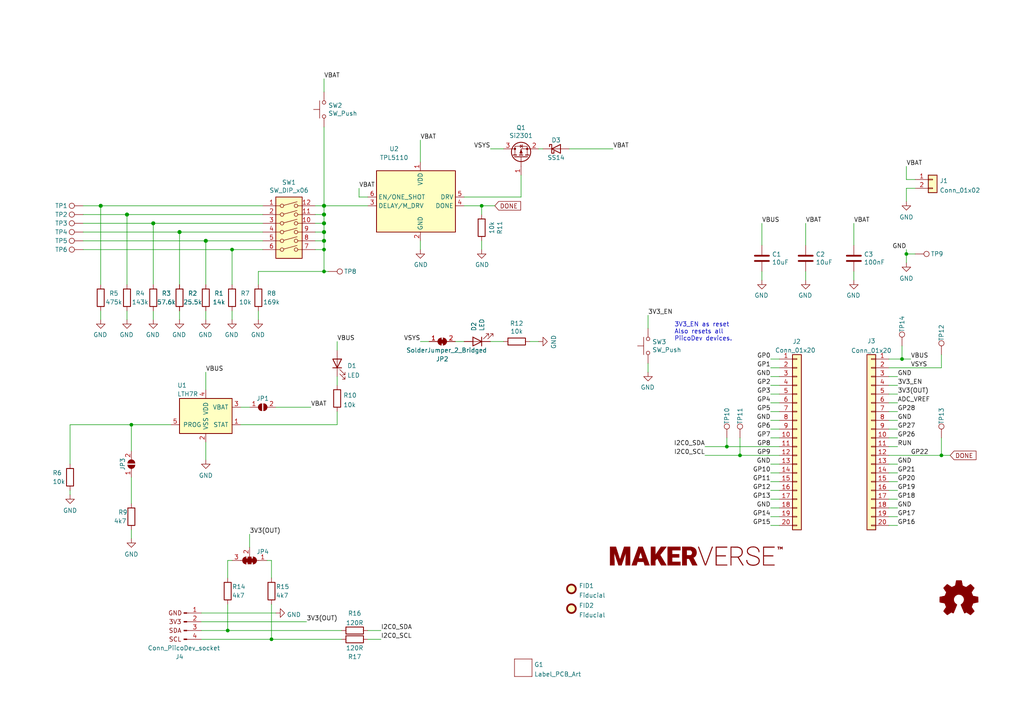
<source format=kicad_sch>
(kicad_sch (version 20211123) (generator eeschema)
  (paper "A4")
  (title_block (title "Makerverse Nano Power Timer Shield for Raspberry Pi Pico") (rev "10") (comment 1 "Designed at Core Electronics by Brenton Schulz") (comment 2 "Makerverse and the makerverse logo are trademarks of Core Electronics Pty Ltd.") (comment 3 "License: CCASAv4.0 https://creativecommons.org/licenses/by-sa/4.0/"))
  (lib_symbols
    (symbol "Battery_Management:MCP73832-2-OT" (pin_names (offset 1.016))
      (property "Reference" "U" (at -7.62 6.35 0))
      (property "Value" "MCP73832-2-OT" (at 1.27 6.35 0))
      (symbol "MCP73832-2-OT_1_1"
        (pin output line (at 10.16 -2.54 180) (length 2.54) (name "STAT") (number "1"))
        (pin power_in line (at 0 -7.62 90) (length 2.54) (name "VSS") (number "2"))
        (pin power_out line (at 10.16 2.54 180) (length 2.54) (name "VBAT") (number "3"))
        (pin power_in line (at 0 7.62 270) (length 2.54) (name "VDD") (number "4"))
        (pin input line (at -10.16 -2.54 0) (length 2.54) (name "PROG") (number "5"))
      )
    )
    (symbol "Connector:TestPoint" (pin_numbers hide) (pin_names (offset 0.762) hide)
      (property "Reference" "TP" (at 0 6.858 0))
      (property "Value" "TestPoint" (at 0 5.08 0))
      (symbol "TestPoint_1_1"
        (pin passive line (at 0 0 90) (length 2.54) (name "1") (number "1"))
      )
    )
    (symbol "Connector_Generic:Conn_01x02" (pin_names (offset 1.016) hide)
      (property "Reference" "J" (at 0 2.54 0))
      (property "Value" "Conn_01x02" (at 0 -5.08 0))
      (symbol "Conn_01x02_1_1"
        (pin passive line (at -5.08 0 0) (length 3.81) (name "Pin_1") (number "1"))
        (pin passive line (at -5.08 -2.54 0) (length 3.81) (name "Pin_2") (number "2"))
      )
    )
    (symbol "Connector_Generic:Conn_01x20" (pin_names (offset 1.016) hide)
      (property "Reference" "J" (at 0 25.4 0))
      (property "Value" "Conn_01x20" (at 0 -27.94 0))
      (symbol "Conn_01x20_1_1"
        (pin passive line (at -5.08 22.86 0) (length 3.81) (name "Pin_1") (number "1"))
        (pin passive line (at -5.08 0 0) (length 3.81) (name "Pin_10") (number "10"))
        (pin passive line (at -5.08 -2.54 0) (length 3.81) (name "Pin_11") (number "11"))
        (pin passive line (at -5.08 -5.08 0) (length 3.81) (name "Pin_12") (number "12"))
        (pin passive line (at -5.08 -7.62 0) (length 3.81) (name "Pin_13") (number "13"))
        (pin passive line (at -5.08 -10.16 0) (length 3.81) (name "Pin_14") (number "14"))
        (pin passive line (at -5.08 -12.7 0) (length 3.81) (name "Pin_15") (number "15"))
        (pin passive line (at -5.08 -15.24 0) (length 3.81) (name "Pin_16") (number "16"))
        (pin passive line (at -5.08 -17.78 0) (length 3.81) (name "Pin_17") (number "17"))
        (pin passive line (at -5.08 -20.32 0) (length 3.81) (name "Pin_18") (number "18"))
        (pin passive line (at -5.08 -22.86 0) (length 3.81) (name "Pin_19") (number "19"))
        (pin passive line (at -5.08 20.32 0) (length 3.81) (name "Pin_2") (number "2"))
        (pin passive line (at -5.08 -25.4 0) (length 3.81) (name "Pin_20") (number "20"))
        (pin passive line (at -5.08 17.78 0) (length 3.81) (name "Pin_3") (number "3"))
        (pin passive line (at -5.08 15.24 0) (length 3.81) (name "Pin_4") (number "4"))
        (pin passive line (at -5.08 12.7 0) (length 3.81) (name "Pin_5") (number "5"))
        (pin passive line (at -5.08 10.16 0) (length 3.81) (name "Pin_6") (number "6"))
        (pin passive line (at -5.08 7.62 0) (length 3.81) (name "Pin_7") (number "7"))
        (pin passive line (at -5.08 5.08 0) (length 3.81) (name "Pin_8") (number "8"))
        (pin passive line (at -5.08 2.54 0) (length 3.81) (name "Pin_9") (number "9"))
      )
    )
    (symbol "CoreElectronics_Artwork:LOGO_Makerverse" (pin_names (offset 1.016)))
    (symbol "CoreElectronics_Artwork:Label_PCB_Art" (pin_names (offset 1.016))
      (property "Reference" "G" (at 0 0 0))
      (property "Value" "Label_PCB_Art" (at 0 0 0))
    )
    (symbol "CoreElectronics_Components:Conn_PiicoDev_socket" (pin_names (offset 1.016) hide)
      (property "Reference" "J" (at 0 7.62 0))
      (property "Value" "Conn_PiicoDev_socket" (at 0 -7.62 0))
      (symbol "Conn_PiicoDev_socket_0_0"
        (text "3V3" (at -2.54 2.54 0) (effects (font (size 1.27 1.27))))
        (text "GND" (at -2.54 5.08 0) (effects (font (size 1.27 1.27))))
        (text "SCL" (at -2.54 -2.54 0) (effects (font (size 1.27 1.27))))
        (text "SDA" (at -2.54 0 0) (effects (font (size 1.27 1.27))))
      )
      (symbol "Conn_PiicoDev_socket_1_1"
        (pin passive line (at 5.08 5.08 180) (length 3.81) (name "Pin_1") (number "1"))
        (pin passive line (at 5.08 2.54 180) (length 3.81) (name "Pin_2") (number "2"))
        (pin passive line (at 5.08 0 180) (length 3.81) (name "Pin_3") (number "3"))
        (pin passive line (at 5.08 -2.54 180) (length 3.81) (name "Pin_4") (number "4"))
      )
    )
    (symbol "Device:C" (pin_numbers hide) (pin_names (offset 0.254))
      (property "Reference" "C" (at 0.635 2.54 0))
      (property "Value" "C" (at 0.635 -2.54 0))
      (symbol "C_1_1"
        (pin passive line (at 0 3.81 270) (length 2.794) (name "~") (number "1"))
        (pin passive line (at 0 -3.81 90) (length 2.794) (name "~") (number "2"))
      )
    )
    (symbol "Device:D_Schottky" (pin_numbers hide) (pin_names (offset 1.016) hide)
      (property "Reference" "D" (at 0 2.54 0))
      (property "Value" "D_Schottky" (at 0 -2.54 0))
      (symbol "D_Schottky_1_1"
        (pin passive line (at -3.81 0 0) (length 2.54) (name "K") (number "1"))
        (pin passive line (at 3.81 0 180) (length 2.54) (name "A") (number "2"))
      )
    )
    (symbol "Device:LED" (pin_numbers hide) (pin_names (offset 1.016) hide)
      (property "Reference" "D" (at 0 2.54 0))
      (property "Value" "LED" (at 0 -2.54 0))
      (symbol "LED_1_1"
        (pin passive line (at -3.81 0 0) (length 2.54) (name "K") (number "1"))
        (pin passive line (at 3.81 0 180) (length 2.54) (name "A") (number "2"))
      )
    )
    (symbol "Device:R" (pin_numbers hide) (pin_names (offset 0))
      (property "Reference" "R" (at 2.032 0 90))
      (property "Value" "R" (at 0 0 90))
      (symbol "R_1_1"
        (pin passive line (at 0 3.81 270) (length 1.27) (name "~") (number "1"))
        (pin passive line (at 0 -3.81 90) (length 1.27) (name "~") (number "2"))
      )
    )
    (symbol "Graphic:Logo_Open_Hardware_Small" (pin_names (offset 1.016)))
    (symbol "Jumper:SolderJumper_2_Bridged" (pin_names (offset 0) hide)
      (property "Reference" "JP" (at 0 2.032 0))
      (property "Value" "SolderJumper_2_Bridged" (at 0 -2.54 0))
      (symbol "SolderJumper_2_Bridged_1_1"
        (pin passive line (at -3.81 0 0) (length 2.54) (name "A") (number "1"))
        (pin passive line (at 3.81 0 180) (length 2.54) (name "B") (number "2"))
      )
    )
    (symbol "Jumper:SolderJumper_2_Open" (pin_names (offset 0) hide)
      (property "Reference" "JP" (at 0 2.032 0))
      (property "Value" "SolderJumper_2_Open" (at 0 -2.54 0))
      (symbol "SolderJumper_2_Open_1_1"
        (pin passive line (at -3.81 0 0) (length 2.54) (name "A") (number "1"))
        (pin passive line (at 3.81 0 180) (length 2.54) (name "B") (number "2"))
      )
    )
    (symbol "Jumper:SolderJumper_3_Bridged123" (pin_names (offset 0) hide)
      (property "Reference" "JP" (at -2.54 -2.54 0))
      (property "Value" "SolderJumper_3_Bridged123" (at 0 2.794 0))
      (symbol "SolderJumper_3_Bridged123_1_1"
        (pin passive line (at -5.08 0 0) (length 2.54) (name "A") (number "1"))
        (pin input line (at 0 -3.81 90) (length 2.54) (name "C") (number "2"))
        (pin passive line (at 5.08 0 180) (length 2.54) (name "B") (number "3"))
      )
    )
    (symbol "Mechanical:Fiducial"
      (property "Reference" "FID" (at 0 5.08 0))
      (property "Value" "Fiducial" (at 0 3.175 0))
    )
    (symbol "Switch:SW_DIP_x06" (pin_names (offset 0) hide)
      (property "Reference" "SW" (at 0 11.43 0))
      (property "Value" "SW_DIP_x06" (at 0 -8.89 0))
      (symbol "SW_DIP_x06_1_1"
        (pin passive line (at -7.62 7.62 0) (length 5.08) (name "~") (number "1"))
        (pin passive line (at 7.62 2.54 180) (length 5.08) (name "~") (number "10"))
        (pin passive line (at 7.62 5.08 180) (length 5.08) (name "~") (number "11"))
        (pin passive line (at 7.62 7.62 180) (length 5.08) (name "~") (number "12"))
        (pin passive line (at -7.62 5.08 0) (length 5.08) (name "~") (number "2"))
        (pin passive line (at -7.62 2.54 0) (length 5.08) (name "~") (number "3"))
        (pin passive line (at -7.62 0 0) (length 5.08) (name "~") (number "4"))
        (pin passive line (at -7.62 -2.54 0) (length 5.08) (name "~") (number "5"))
        (pin passive line (at -7.62 -5.08 0) (length 5.08) (name "~") (number "6"))
        (pin passive line (at 7.62 -5.08 180) (length 5.08) (name "~") (number "7"))
        (pin passive line (at 7.62 -2.54 180) (length 5.08) (name "~") (number "8"))
        (pin passive line (at 7.62 0 180) (length 5.08) (name "~") (number "9"))
      )
    )
    (symbol "Switch:SW_Push" (pin_numbers hide) (pin_names (offset 1.016) hide)
      (property "Reference" "SW" (at 1.27 2.54 0))
      (property "Value" "SW_Push" (at 0 -1.524 0))
      (symbol "SW_Push_0_1"
        (pin passive line (at -5.08 0 0) (length 2.54) (name "1") (number "1"))
        (pin passive line (at 5.08 0 180) (length 2.54) (name "2") (number "2"))
      )
    )
    (symbol "Timer:TPL5110"
      (property "Reference" "U" (at -10.16 8.89 0))
      (property "Value" "TPL5110" (at 6.35 8.89 0))
      (symbol "TPL5110_1_1"
        (pin power_in line (at 0 10.16 270) (length 2.54) (name "VDD") (number "1"))
        (pin power_in line (at 0 -12.7 90) (length 2.54) (name "GND") (number "2"))
        (pin input line (at -15.24 -2.54 0) (length 2.54) (name "DELAY/M_DRV") (number "3"))
        (pin input line (at 12.7 -2.54 180) (length 2.54) (name "DONE") (number "4"))
        (pin output line (at 12.7 0 180) (length 2.54) (name "DRV") (number "5"))
        (pin input line (at -15.24 0 0) (length 2.54) (name "EN/ONE_SHOT") (number "6"))
      )
    )
    (symbol "Transistor_FET:Si2319CDS" (pin_names hide)
      (property "Reference" "Q" (at 5.08 1.905 0))
      (property "Value" "Si2319CDS" (at 5.08 0 0))
      (symbol "Si2319CDS_1_1"
        (pin input line (at -5.08 0 0) (length 2.54) (name "G") (number "1"))
        (pin passive line (at 2.54 -5.08 90) (length 2.54) (name "S") (number "2"))
        (pin passive line (at 2.54 5.08 270) (length 2.54) (name "D") (number "3"))
      )
    )
    (symbol "power:GND" (power) (pin_names (offset 0))
      (property "Value" "GND" (at 0 -3.81 0))
      (symbol "GND_1_1"
        (pin power_in line (at 0 0 270) (length 0) hide (name "GND") (number "1"))
      )
    )
  )
  (junction (at 78.74 185.42))
  (junction (at 93.98 69.85) (diameter 1.016))
  (junction (at 93.98 62.23) (diameter 1.016))
  (junction (at 36.83 62.23) (diameter 1.016))
  (junction (at 66.04 182.88))
  (junction (at 93.98 64.77) (diameter 1.016))
  (junction (at 139.7 59.69))
  (junction (at 273.05 132.08))
  (junction (at 44.45 64.77) (diameter 1.016))
  (junction (at 93.98 78.74))
  (junction (at 214.63 132.08))
  (junction (at 67.31 72.39))
  (junction (at 93.98 72.39))
  (junction (at 38.1 123.19))
  (junction (at 52.07 67.31) (diameter 1.016))
  (junction (at 93.98 59.69) (diameter 1.016))
  (junction (at 93.98 67.31) (diameter 1.016))
  (junction (at 210.82 129.54))
  (junction (at 59.69 69.85) (diameter 1.016))
  (junction (at 29.21 59.69) (diameter 1.016))
  (junction (at 261.62 104.14))
  (junction (at 262.89 73.66))
  (wire (pts (xy 93.98 69.85) (xy 93.98 72.39)))
  (wire (pts (xy 78.74 162.56) (xy 78.74 167.64)))
  (wire (pts (xy 257.81 147.32) (xy 260.35 147.32)))
  (wire (pts (xy 262.89 73.66) (xy 265.43 73.66)))
  (wire (pts (xy 223.52 111.76) (xy 226.06 111.76)))
  (wire (pts (xy 24.13 67.31) (xy 52.07 67.31)))
  (wire (pts (xy 223.52 116.84) (xy 226.06 116.84)))
  (wire (pts (xy 223.52 127) (xy 226.06 127)))
  (wire (pts (xy 220.98 78.74) (xy 220.98 81.28)))
  (wire (pts (xy 93.98 67.31) (xy 93.98 64.77)))
  (wire (pts (xy 20.32 123.19) (xy 38.1 123.19)))
  (wire (pts (xy 72.39 154.94) (xy 72.39 158.75)))
  (wire (pts (xy 66.04 175.26) (xy 66.04 182.88)))
  (wire (pts (xy 223.52 139.7) (xy 226.06 139.7)))
  (wire (pts (xy 97.79 109.22) (xy 97.79 111.76)))
  (wire (pts (xy 93.98 72.39) (xy 93.98 78.74)))
  (wire (pts (xy 38.1 153.67) (xy 38.1 156.21)))
  (wire (pts (xy 91.44 62.23) (xy 93.98 62.23)))
  (wire (pts (xy 257.81 144.78) (xy 260.35 144.78)))
  (wire (pts (xy 29.21 92.71) (xy 29.21 90.17)))
  (wire (pts (xy 223.52 124.46) (xy 226.06 124.46)))
  (wire (pts (xy 223.52 114.3) (xy 226.06 114.3)))
  (wire (pts (xy 38.1 123.19) (xy 38.1 130.81)))
  (wire (pts (xy 257.81 114.3) (xy 260.35 114.3)))
  (wire (pts (xy 58.42 177.8) (xy 80.01 177.8)))
  (wire (pts (xy 257.81 142.24) (xy 260.35 142.24)))
  (wire (pts (xy 91.44 72.39) (xy 93.98 72.39)))
  (wire (pts (xy 106.68 59.69) (xy 93.98 59.69)))
  (wire (pts (xy 91.44 67.31) (xy 93.98 67.31)))
  (wire (pts (xy 257.81 127) (xy 260.35 127)))
  (wire (pts (xy 36.83 62.23) (xy 36.83 82.55)))
  (wire (pts (xy 257.81 152.4) (xy 260.35 152.4)))
  (wire (pts (xy 233.68 78.74) (xy 233.68 81.28)))
  (wire (pts (xy 74.93 78.74) (xy 93.98 78.74)))
  (wire (pts (xy 223.52 137.16) (xy 226.06 137.16)))
  (wire (pts (xy 262.89 72.39) (xy 262.89 73.66)))
  (wire (pts (xy 24.13 62.23) (xy 36.83 62.23)))
  (wire (pts (xy 223.52 147.32) (xy 226.06 147.32)))
  (wire (pts (xy 223.52 152.4) (xy 226.06 152.4)))
  (wire (pts (xy 52.07 67.31) (xy 52.07 82.55)))
  (wire (pts (xy 80.01 118.11) (xy 90.17 118.11)))
  (wire (pts (xy 74.93 82.55) (xy 74.93 78.74)))
  (wire (pts (xy 67.31 72.39) (xy 67.31 82.55)))
  (wire (pts (xy 223.52 144.78) (xy 226.06 144.78)))
  (wire (pts (xy 97.79 119.38) (xy 97.79 123.19)))
  (wire (pts (xy 52.07 92.71) (xy 52.07 90.17)))
  (wire (pts (xy 66.04 167.64) (xy 66.04 162.56)))
  (wire (pts (xy 257.81 116.84) (xy 260.35 116.84)))
  (wire (pts (xy 59.69 69.85) (xy 59.69 82.55)))
  (wire (pts (xy 257.81 104.14) (xy 261.62 104.14)))
  (wire (pts (xy 204.47 129.54) (xy 210.82 129.54)))
  (wire (pts (xy 262.89 52.07) (xy 265.43 52.07)))
  (wire (pts (xy 77.47 162.56) (xy 78.74 162.56)))
  (wire (pts (xy 139.7 69.85) (xy 139.7 72.39)))
  (wire (pts (xy 59.69 90.17) (xy 59.69 92.71)))
  (wire (pts (xy 247.65 78.74) (xy 247.65 81.28)))
  (wire (pts (xy 67.31 92.71) (xy 67.31 90.17)))
  (wire (pts (xy 257.81 109.22) (xy 260.35 109.22)))
  (wire (pts (xy 257.81 121.92) (xy 260.35 121.92)))
  (wire (pts (xy 223.52 119.38) (xy 226.06 119.38)))
  (wire (pts (xy 93.98 36.83) (xy 93.98 59.69)))
  (wire (pts (xy 24.13 72.39) (xy 67.31 72.39)))
  (wire (pts (xy 121.92 72.39) (xy 121.92 69.85)))
  (wire (pts (xy 139.7 62.23) (xy 139.7 59.69)))
  (wire (pts (xy 38.1 123.19) (xy 49.53 123.19)))
  (wire (pts (xy 220.98 64.77) (xy 220.98 71.12)))
  (wire (pts (xy 262.89 73.66) (xy 262.89 76.2)))
  (wire (pts (xy 93.98 59.69) (xy 91.44 59.69)))
  (wire (pts (xy 78.74 185.42) (xy 99.06 185.42)))
  (wire (pts (xy 24.13 69.85) (xy 59.69 69.85)))
  (wire (pts (xy 24.13 64.77) (xy 44.45 64.77)))
  (wire (pts (xy 20.32 134.62) (xy 20.32 123.19)))
  (wire (pts (xy 223.52 109.22) (xy 226.06 109.22)))
  (wire (pts (xy 44.45 64.77) (xy 76.2 64.77)))
  (wire (pts (xy 257.81 132.08) (xy 273.05 132.08)))
  (wire (pts (xy 29.21 59.69) (xy 24.13 59.69)))
  (wire (pts (xy 93.98 69.85) (xy 93.98 67.31)))
  (wire (pts (xy 20.32 142.24) (xy 20.32 143.51)))
  (wire (pts (xy 69.85 123.19) (xy 97.79 123.19)))
  (wire (pts (xy 106.68 185.42) (xy 110.49 185.42)))
  (wire (pts (xy 139.7 59.69) (xy 143.51 59.69)))
  (wire (pts (xy 210.82 127) (xy 210.82 129.54)))
  (wire (pts (xy 142.24 43.18) (xy 146.05 43.18)))
  (wire (pts (xy 257.81 124.46) (xy 260.35 124.46)))
  (wire (pts (xy 187.96 91.44) (xy 187.96 95.25)))
  (wire (pts (xy 134.62 59.69) (xy 139.7 59.69)))
  (wire (pts (xy 121.92 99.06) (xy 124.46 99.06)))
  (wire (pts (xy 151.13 57.15) (xy 151.13 50.8)))
  (wire (pts (xy 187.96 105.41) (xy 187.96 107.95)))
  (wire (pts (xy 104.14 54.61) (xy 104.14 57.15)))
  (wire (pts (xy 93.98 62.23) (xy 93.98 59.69)))
  (wire (pts (xy 273.05 132.08) (xy 275.59 132.08)))
  (wire (pts (xy 262.89 54.61) (xy 265.43 54.61)))
  (wire (pts (xy 69.85 118.11) (xy 72.39 118.11)))
  (wire (pts (xy 93.98 64.77) (xy 91.44 64.77)))
  (wire (pts (xy 58.42 185.42) (xy 78.74 185.42)))
  (wire (pts (xy 142.24 99.06) (xy 146.05 99.06)))
  (wire (pts (xy 273.05 127) (xy 273.05 132.08)))
  (wire (pts (xy 44.45 90.17) (xy 44.45 92.71)))
  (wire (pts (xy 214.63 127) (xy 214.63 132.08)))
  (wire (pts (xy 93.98 22.86) (xy 93.98 26.67)))
  (wire (pts (xy 93.98 69.85) (xy 91.44 69.85)))
  (wire (pts (xy 156.21 43.18) (xy 157.48 43.18)))
  (wire (pts (xy 29.21 59.69) (xy 76.2 59.69)))
  (wire (pts (xy 121.92 40.64) (xy 121.92 46.99)))
  (wire (pts (xy 58.42 180.34) (xy 88.9 180.34)))
  (wire (pts (xy 134.62 57.15) (xy 151.13 57.15)))
  (wire (pts (xy 59.69 107.95) (xy 59.69 113.03)))
  (wire (pts (xy 210.82 129.54) (xy 226.06 129.54)))
  (wire (pts (xy 223.52 142.24) (xy 226.06 142.24)))
  (wire (pts (xy 247.65 64.77) (xy 247.65 71.12)))
  (wire (pts (xy 67.31 72.39) (xy 76.2 72.39)))
  (wire (pts (xy 44.45 64.77) (xy 44.45 82.55)))
  (wire (pts (xy 74.93 92.71) (xy 74.93 90.17)))
  (wire (pts (xy 97.79 99.06) (xy 97.79 101.6)))
  (wire (pts (xy 257.81 129.54) (xy 260.35 129.54)))
  (wire (pts (xy 104.14 57.15) (xy 106.68 57.15)))
  (wire (pts (xy 273.05 102.87) (xy 273.05 106.68)))
  (wire (pts (xy 257.81 106.68) (xy 273.05 106.68)))
  (wire (pts (xy 233.68 64.77) (xy 233.68 71.12)))
  (wire (pts (xy 58.42 182.88) (xy 66.04 182.88)))
  (wire (pts (xy 78.74 175.26) (xy 78.74 185.42)))
  (wire (pts (xy 223.52 149.86) (xy 226.06 149.86)))
  (wire (pts (xy 257.81 137.16) (xy 260.35 137.16)))
  (wire (pts (xy 36.83 92.71) (xy 36.83 90.17)))
  (wire (pts (xy 132.08 99.06) (xy 134.62 99.06)))
  (wire (pts (xy 223.52 106.68) (xy 226.06 106.68)))
  (wire (pts (xy 66.04 182.88) (xy 99.06 182.88)))
  (wire (pts (xy 262.89 58.42) (xy 262.89 54.61)))
  (wire (pts (xy 106.68 182.88) (xy 110.49 182.88)))
  (wire (pts (xy 52.07 67.31) (xy 76.2 67.31)))
  (wire (pts (xy 257.81 134.62) (xy 260.35 134.62)))
  (wire (pts (xy 156.21 99.06) (xy 153.67 99.06)))
  (wire (pts (xy 214.63 132.08) (xy 226.06 132.08)))
  (wire (pts (xy 29.21 82.55) (xy 29.21 59.69)))
  (wire (pts (xy 261.62 104.14) (xy 264.16 104.14)))
  (wire (pts (xy 257.81 119.38) (xy 260.35 119.38)))
  (wire (pts (xy 257.81 149.86) (xy 260.35 149.86)))
  (wire (pts (xy 257.81 111.76) (xy 260.35 111.76)))
  (wire (pts (xy 223.52 104.14) (xy 226.06 104.14)))
  (wire (pts (xy 36.83 62.23) (xy 76.2 62.23)))
  (wire (pts (xy 59.69 128.27) (xy 59.69 133.35)))
  (wire (pts (xy 59.69 69.85) (xy 76.2 69.85)))
  (wire (pts (xy 262.89 48.26) (xy 262.89 52.07)))
  (wire (pts (xy 261.62 100.33) (xy 261.62 104.14)))
  (wire (pts (xy 38.1 146.05) (xy 38.1 138.43)))
  (wire (pts (xy 204.47 132.08) (xy 214.63 132.08)))
  (wire (pts (xy 66.04 162.56) (xy 67.31 162.56)))
  (wire (pts (xy 93.98 78.74) (xy 95.25 78.74)))
  (wire (pts (xy 223.52 134.62) (xy 226.06 134.62)))
  (wire (pts (xy 257.81 139.7) (xy 260.35 139.7)))
  (wire (pts (xy 93.98 64.77) (xy 93.98 62.23)))
  (wire (pts (xy 223.52 121.92) (xy 226.06 121.92)))
  (wire (pts (xy 165.1 43.18) (xy 177.8 43.18)))
  (text "3V3_EN as reset\nAlso resets all\nPiicoDev devices." (at 195.58 99.06 0) (effects (font (size 1.27 1.27)) (justify left bottom)))
  (label "GP21" (at 260.35 137.16 0))
  (label "GP28" (at 260.35 119.38 0))
  (label "VSYS" (at 142.24 43.18 180))
  (label "GP13" (at 223.52 144.78 180))
  (label "GP4" (at 223.52 116.84 180))
  (label "GND" (at 223.52 121.92 180))
  (label "GP2" (at 223.52 111.76 180))
  (label "I2C0_SDA" (at 204.47 129.54 180))
  (label "I2C0_SCL" (at 110.49 185.42 0))
  (label "VBAT" (at 233.68 64.77 0))
  (label "GND" (at 260.35 134.62 0))
  (label "GND" (at 260.35 147.32 0))
  (label "GP9" (at 223.52 132.08 180))
  (label "GP5" (at 223.52 119.38 180))
  (label "GND" (at 223.52 134.62 180))
  (label "GP22" (at 264.16 132.08 0))
  (label "VBAT" (at 121.92 40.64 0))
  (label "GP20" (at 260.35 139.7 0))
  (label "GP14" (at 223.52 149.86 180))
  (label "GP3" (at 223.52 114.3 180))
  (label "VBAT" (at 247.65 64.77 0))
  (label "GP6" (at 223.52 124.46 180))
  (label "GP26" (at 260.35 127 0))
  (label "GND" (at 223.52 147.32 180))
  (label "GP12" (at 223.52 142.24 180))
  (label "RUN" (at 260.35 129.54 0))
  (label "GP18" (at 260.35 144.78 0))
  (label "GP0" (at 223.52 104.14 180))
  (label "VBAT" (at 177.8 43.18 0))
  (label "GP15" (at 223.52 152.4 180))
  (label "VBUS" (at 59.69 107.95 0))
  (label "3V3(OUT)" (at 88.9 180.34 0))
  (label "VBAT" (at 104.14 54.61 0))
  (label "GP27" (at 260.35 124.46 0))
  (label "3V3(OUT)" (at 260.35 114.3 0))
  (label "GND" (at 260.35 109.22 0))
  (label "VBAT" (at 262.89 48.26 0))
  (label "ADC_VREF" (at 260.35 116.84 0))
  (label "GP1" (at 223.52 106.68 180))
  (label "GND" (at 262.89 72.39 180))
  (label "VBUS" (at 264.16 104.14 0))
  (label "VBAT" (at 90.17 118.11 0))
  (label "I2C0_SDA" (at 110.49 182.88 0))
  (label "GP11" (at 223.52 139.7 180))
  (label "3V3(OUT)" (at 72.39 154.94 0))
  (label "VBUS" (at 220.98 64.77 0))
  (label "GP8" (at 223.52 129.54 180))
  (label "GP16" (at 260.35 152.4 0))
  (label "GND" (at 223.52 109.22 180))
  (label "I2C0_SCL" (at 204.47 132.08 180))
  (label "VSYS" (at 264.16 106.68 0))
  (label "VBUS" (at 97.79 99.06 0))
  (label "GP7" (at 223.52 127 180))
  (label "GP17" (at 260.35 149.86 0))
  (label "3V3_EN" (at 260.35 111.76 0))
  (label "GP10" (at 223.52 137.16 180))
  (label "3V3_EN" (at 187.96 91.44 0))
  (label "GND" (at 260.35 121.92 0))
  (label "VSYS" (at 121.92 99.06 180))
  (label "GP19" (at 260.35 142.24 0))
  (label "VBAT" (at 93.98 22.86 0))
  (global_label "DONE" (shape input) (at 275.59 132.08 0) (property "Intersheet References" "${INTERSHEET_REFS}" (effects hide)))
  (global_label "DONE" (shape input) (at 143.51 59.69 0) (property "Intersheet References" "${INTERSHEET_REFS}" (effects hide)))
  (symbol (lib_id "Connector:TestPoint") (at 210.82 127 0) (unit 1)
    (property "Reference" "TP10" (at 210.82 120.65 90))
    (property "Value" "TestPoint" (effects hide))
    (property "Footprint" "TestPoint:TestPoint_Pad_D1.5mm" (effects hide))
  )
  (symbol (lib_id "Connector:TestPoint") (at 265.43 73.66 270) (unit 1)
    (property "Reference" "TP9" (at 271.78 73.66 90))
    (property "Value" "TestPoint" (effects hide))
    (property "Footprint" "TestPoint:TestPoint_Pad_D1.5mm" (effects hide))
  )
  (symbol (lib_id "Device:R") (at 38.1 149.86 0) (unit 1)
    (property "Reference" "R9" (at 34.29 148.59 0) (effects (justify left)))
    (property "Value" "4k7" (at 33.02 151.13 0) (effects (justify left)))
    (property "Footprint" "Resistor_SMD:R_0402_1005Metric" (effects hide))
  )
  (symbol (lib_id "power:GND") (at 36.83 92.71 0) (mirror y) (unit 1)
    (property "Reference" "#PWR0102" (effects hide))
    (property "Value" "GND" (at 36.703 97.1042 0))
  )
  (symbol (lib_id "power:GND") (at 59.69 133.35 0) (mirror y) (unit 1)
    (property "Reference" "#PWR0113" (effects hide))
    (property "Value" "GND" (at 59.69 137.9125 0))
  )
  (symbol (lib_id "Connector:TestPoint") (at 95.25 78.74 270) (unit 1)
    (property "Reference" "TP8" (at 101.6 78.74 90))
    (property "Value" "TestPoint" (effects hide))
    (property "Footprint" "TestPoint:TestPoint_Pad_D1.5mm" (effects hide))
  )
  (symbol (lib_id "Switch:SW_Push") (at 93.98 31.75 90) (unit 1)
    (property "Reference" "SW2" (at 95.1992 30.5816 90) (effects (justify right)))
    (property "Value" "SW_Push" (at 95.1992 32.893 90) (effects (justify right)))
    (property "Footprint" "CoreElectronics_Components:SW_Tactile_5x5" (effects hide))
  )
  (symbol (lib_id "Timer:TPL5110") (at 121.92 57.15 0) (unit 1)
    (property "Reference" "U2" (at 114.3 43.18 0))
    (property "Value" "TPL5110" (at 114.3 45.72 0))
    (property "Footprint" "Package_TO_SOT_SMD:SOT-23-6" (effects hide))
    (property "Datasheet" "http://www.ti.com/lit/ds/symlink/tpl5110.pdf" (effects hide))
  )
  (symbol (lib_id "Jumper:SolderJumper_2_Open") (at 38.1 134.62 90) (unit 1)
    (property "Reference" "JP3" (at 35.56 134.62 0))
    (property "Value" "SolderJumper_2_Open" (effects hide))
    (property "Footprint" "CoreElectronics_Components:SolderJumper-2_P1.3mm_Open_RoundedPad1.0x1.5mm" (effects hide))
  )
  (symbol (lib_id "Jumper:SolderJumper_3_Bridged123") (at 72.39 162.56 180) (unit 1)
    (property "Reference" "JP4" (at 76.2 160.02 0))
    (property "Value" "SolderJumper_3_Bridged123" (effects hide))
    (property "Footprint" "CoreElectronics_Components:SolderJumper-3_P1.3mm_Closed_RoundedPad1.0x1.5mm_NumberLabels" (effects hide))
  )
  (symbol (lib_id "Device:R") (at 44.45 86.36 0) (mirror y) (unit 1)
    (property "Reference" "R3" (at 48.26 85.09 0))
    (property "Value" "57.6k" (at 48.26 87.63 0))
    (property "Footprint" "Resistor_SMD:R_0402_1005Metric" (effects hide))
  )
  (symbol (lib_id "CoreElectronics_Components:Conn_PiicoDev_socket") (at 53.34 182.88 0) (unit 1)
    (property "Reference" "J4" (at 52.07 190.5 0))
    (property "Value" "Conn_PiicoDev_socket" (at 53.34 187.96 0))
    (property "Footprint" "Connector_JST:JST_SH_SM04B-SRSS-TB_1x04-1MP_P1.00mm_Horizontal" (effects hide))
  )
  (symbol (lib_id "Device:LED") (at 138.43 99.06 180) (unit 1)
    (property "Reference" "D2" (at 137.4394 96.0628 90) (effects (justify right)))
    (property "Value" "LED" (at 139.7508 96.0628 90) (effects (justify right)))
    (property "Footprint" "LED_SMD:LED_0603_1608Metric" (effects hide))
  )
  (symbol (lib_id "Connector:TestPoint") (at 24.13 72.39 90) (unit 1)
    (property "Reference" "TP6" (at 17.78 72.39 90))
    (property "Value" "TestPoint" (effects hide))
    (property "Footprint" "TestPoint:TestPoint_Pad_D1.5mm" (effects hide))
  )
  (symbol (lib_id "Device:R") (at 67.31 86.36 0) (mirror y) (unit 1)
    (property "Reference" "R7" (at 71.12 85.09 0))
    (property "Value" "10k" (at 71.12 87.63 0))
    (property "Footprint" "Resistor_SMD:R_0402_1005Metric" (effects hide))
  )
  (symbol (lib_id "Connector_Generic:Conn_01x20") (at 252.73 127 0) (mirror y) (unit 1)
    (property "Reference" "J3" (at 252.73 98.9035 0))
    (property "Value" "Conn_01x20" (at 252.73 101.6786 0))
    (property "Footprint" "CoreElectronics_Components:PinSocket_1x20_P2.54mm_Vertical-Large-Pads" (effects hide))
  )
  (symbol (lib_id "power:GND") (at 80.01 177.8 90) (mirror x) (unit 1)
    (property "Reference" "#PWR0126" (effects hide))
    (property "Value" "GND" (at 83.185 178.279 90) (effects (justify right)))
  )
  (symbol (lib_id "Connector:TestPoint") (at 24.13 59.69 90) (unit 1)
    (property "Reference" "TP1" (at 17.78 59.69 90))
    (property "Value" "TestPoint" (effects hide))
    (property "Footprint" "TestPoint:TestPoint_Pad_D1.5mm" (effects hide))
  )
  (symbol (lib_id "Device:R") (at 36.83 86.36 0) (mirror y) (unit 1)
    (property "Reference" "R4" (at 40.64 85.09 0))
    (property "Value" "143k" (at 40.64 87.63 0))
    (property "Footprint" "Resistor_SMD:R_0402_1005Metric" (effects hide))
  )
  (symbol (lib_id "Device:R") (at 97.79 115.57 0) (unit 1)
    (property "Reference" "R10" (at 99.568 114.6615 0) (effects (justify left)))
    (property "Value" "10k" (at 99.568 117.4366 0) (effects (justify left)))
    (property "Footprint" "Resistor_SMD:R_0402_1005Metric" (effects hide))
  )
  (symbol (lib_id "power:GND") (at 187.96 107.95 0) (mirror y) (unit 1)
    (property "Reference" "#PWR0127" (effects hide))
    (property "Value" "GND" (at 187.833 112.3442 0))
  )
  (symbol (lib_id "Connector:TestPoint") (at 273.05 102.87 0) (unit 1)
    (property "Reference" "TP12" (at 273.05 96.52 90))
    (property "Value" "TestPoint" (effects hide))
    (property "Footprint" "TestPoint:TestPoint_Pad_D1.5mm" (effects hide))
  )
  (symbol (lib_id "Connector:TestPoint") (at 24.13 69.85 90) (unit 1)
    (property "Reference" "TP5" (at 17.78 69.85 90))
    (property "Value" "TestPoint" (effects hide))
    (property "Footprint" "TestPoint:TestPoint_Pad_D1.5mm" (effects hide))
  )
  (symbol (lib_id "Device:R") (at 139.7 66.04 180) (unit 1)
    (property "Reference" "R11" (at 144.9578 66.04 90))
    (property "Value" "10k" (at 142.6464 66.04 90))
    (property "Footprint" "Resistor_SMD:R_0402_1005Metric" (effects hide))
  )
  (symbol (lib_id "Device:R") (at 102.87 182.88 90) (unit 1)
    (property "Reference" "R16" (at 102.87 177.8975 90))
    (property "Value" "120R" (at 102.87 180.6726 90))
    (property "Footprint" "Resistor_SMD:R_0402_1005Metric" (effects hide))
  )
  (symbol (lib_id "Connector:TestPoint") (at 24.13 62.23 90) (unit 1)
    (property "Reference" "TP2" (at 17.78 62.23 90))
    (property "Value" "TestPoint" (effects hide))
    (property "Footprint" "TestPoint:TestPoint_Pad_D1.5mm" (effects hide))
  )
  (symbol (lib_id "Device:C") (at 233.68 74.93 0) (unit 1)
    (property "Reference" "C2" (at 236.601 73.7616 0) (effects (justify left)))
    (property "Value" "10uF" (at 236.601 76.073 0) (effects (justify left)))
    (property "Footprint" "Capacitor_SMD:C_0603_1608Metric" (effects hide))
  )
  (symbol (lib_id "power:GND") (at 262.89 58.42 0) (mirror y) (unit 1)
    (property "Reference" "#PWR0110" (effects hide))
    (property "Value" "GND" (at 262.89 62.9825 0))
  )
  (symbol (lib_id "Connector:TestPoint") (at 24.13 67.31 90) (unit 1)
    (property "Reference" "TP4" (at 17.78 67.31 90))
    (property "Value" "TestPoint" (effects hide))
    (property "Footprint" "TestPoint:TestPoint_Pad_D1.5mm" (effects hide))
  )
  (symbol (lib_id "Device:R") (at 66.04 171.45 0) (unit 1)
    (property "Reference" "R14" (at 67.31 170.18 0) (effects (justify left)))
    (property "Value" "4k7" (at 67.31 172.72 0) (effects (justify left)))
    (property "Footprint" "Resistor_SMD:R_0402_1005Metric" (effects hide))
  )
  (symbol (lib_id "Mechanical:Fiducial") (at 165.735 176.53 0) (unit 1)
    (property "Reference" "FID2" (at 167.894 175.6215 0) (effects (justify left)))
    (property "Value" "Fiducial" (at 167.894 178.3966 0) (effects (justify left)))
    (property "Footprint" "Fiducial:Fiducial_1mm_Mask2mm" (effects hide))
  )
  (symbol (lib_id "Connector_Generic:Conn_01x02") (at 270.51 52.07 0) (unit 1)
    (property "Reference" "J1" (at 272.542 52.4315 0) (effects (justify left)))
    (property "Value" "Conn_01x02" (at 272.542 55.2066 0) (effects (justify left)))
    (property "Footprint" "Connector_JST:JST_PH_S2B-PH-SM4-TB_1x02-1MP_P2.00mm_Horizontal" (effects hide))
  )
  (symbol (lib_id "power:GND") (at 20.32 143.51 0) (mirror y) (unit 1)
    (property "Reference" "#PWR0111" (effects hide))
    (property "Value" "GND" (at 20.32 148.0725 0))
  )
  (symbol (lib_id "Device:R") (at 20.32 138.43 0) (unit 1)
    (property "Reference" "R6" (at 15.24 137.16 0) (effects (justify left)))
    (property "Value" "10k" (at 15.24 139.7 0) (effects (justify left)))
    (property "Footprint" "Resistor_SMD:R_0402_1005Metric" (effects hide))
  )
  (symbol (lib_id "Device:C") (at 220.98 74.93 0) (unit 1)
    (property "Reference" "C1" (at 223.901 73.7616 0) (effects (justify left)))
    (property "Value" "10uF" (at 223.901 76.073 0) (effects (justify left)))
    (property "Footprint" "Capacitor_SMD:C_0603_1608Metric" (effects hide))
  )
  (symbol (lib_id "power:GND") (at 74.93 92.71 0) (mirror y) (unit 1)
    (property "Reference" "#PWR0106" (effects hide))
    (property "Value" "GND" (at 74.803 97.1042 0))
  )
  (symbol (lib_id "power:GND") (at 220.98 81.28 0) (mirror y) (unit 1)
    (property "Reference" "#PWR0125" (effects hide))
    (property "Value" "GND" (at 220.853 85.6742 0))
  )
  (symbol (lib_id "power:GND") (at 52.07 92.71 0) (mirror y) (unit 1)
    (property "Reference" "#PWR0103" (effects hide))
    (property "Value" "GND" (at 51.943 97.1042 0))
  )
  (symbol (lib_id "Graphic:Logo_Open_Hardware_Small") (at 278.13 173.99 0) (unit 1)
    (property "Reference" "#LOGO1" (effects hide))
    (property "Value" "Logo_Open_Hardware_Small" (effects hide))
  )
  (symbol (lib_id "Device:C") (at 247.65 74.93 0) (unit 1)
    (property "Reference" "C3" (at 250.571 73.7616 0) (effects (justify left)))
    (property "Value" "100nF" (at 250.571 76.073 0) (effects (justify left)))
    (property "Footprint" "Capacitor_SMD:C_0402_1005Metric" (effects hide))
  )
  (symbol (lib_id "power:GND") (at 121.92 72.39 0) (unit 1)
    (property "Reference" "#PWR0117" (effects hide))
    (property "Value" "GND" (at 122.047 76.7842 0))
  )
  (symbol (lib_id "power:GND") (at 247.65 81.28 0) (mirror y) (unit 1)
    (property "Reference" "#PWR0124" (effects hide))
    (property "Value" "GND" (at 247.523 85.6742 0))
  )
  (symbol (lib_id "power:GND") (at 156.21 99.06 90) (mirror x) (unit 1)
    (property "Reference" "#PWR0114" (effects hide))
    (property "Value" "GND" (at 160.6042 99.187 0))
  )
  (symbol (lib_id "Transistor_FET:Si2319CDS") (at 151.13 45.72 90) (unit 1)
    (property "Reference" "Q1" (at 151.13 37.0332 90))
    (property "Value" "Si2301" (at 151.13 39.3446 90))
    (property "Footprint" "Package_TO_SOT_SMD:SOT-23" (effects hide))
    (property "Datasheet" "https://datasheet.lcsc.com/lcsc/2106070533_UMW-Youtai-Semiconductor-Co.,-Ltd.-SI2309A_C2681220.pdf" (effects hide))
  )
  (symbol (lib_id "Connector:TestPoint") (at 214.63 127 0) (unit 1)
    (property "Reference" "TP11" (at 214.63 120.65 90))
    (property "Value" "TestPoint" (effects hide))
    (property "Footprint" "TestPoint:TestPoint_Pad_D1.5mm" (effects hide))
  )
  (symbol (lib_id "Connector:TestPoint") (at 273.05 127 0) (unit 1)
    (property "Reference" "TP13" (at 273.05 120.65 90))
    (property "Value" "TestPoint" (effects hide))
    (property "Footprint" "TestPoint:TestPoint_Pad_D1.5mm" (effects hide))
  )
  (symbol (lib_id "CoreElectronics_Artwork:Label_PCB_Art") (at 151.765 193.675 0) (unit 1)
    (property "Reference" "G1" (at 154.94 192.7665 0) (effects (justify left)))
    (property "Value" "Label_PCB_Art" (at 154.94 195.5416 0) (effects (justify left)))
    (property "Footprint" "lib:CE08492" (effects hide))
  )
  (symbol (lib_id "Device:R") (at 52.07 86.36 0) (mirror y) (unit 1)
    (property "Reference" "R2" (at 55.88 85.09 0))
    (property "Value" "25.5k" (at 55.88 87.63 0))
    (property "Footprint" "Resistor_SMD:R_0402_1005Metric" (effects hide))
  )
  (symbol (lib_id "Battery_Management:MCP73832-2-OT") (at 59.69 120.65 0) (unit 1)
    (property "Reference" "U1" (at 51.435 111.76 0) (effects (justify left)))
    (property "Value" "LTH7R" (at 51.435 114.3 0) (effects (justify left)))
    (property "Footprint" "Package_TO_SOT_SMD:SOT-23-5" (effects hide))
    (property "Datasheet" "http://ww1.microchip.com/downloads/en/DeviceDoc/20001984g.pdf" (effects hide))
  )
  (symbol (lib_id "Connector:TestPoint") (at 24.13 64.77 90) (unit 1)
    (property "Reference" "TP3" (at 17.78 64.77 90))
    (property "Value" "TestPoint" (effects hide))
    (property "Footprint" "TestPoint:TestPoint_Pad_D1.5mm" (effects hide))
  )
  (symbol (lib_id "Device:D_Schottky") (at 161.29 43.18 0) (unit 1)
    (property "Reference" "D3" (at 161.29 40.64 0))
    (property "Value" "SS14" (at 161.29 45.72 0))
    (property "Footprint" "Diode_SMD:D_SMA" (effects hide))
  )
  (symbol (lib_id "power:GND") (at 262.89 76.2 0) (mirror y) (unit 1)
    (property "Reference" "#PWR0119" (effects hide))
    (property "Value" "GND" (at 262.89 80.7625 0))
  )
  (symbol (lib_id "power:GND") (at 29.21 92.71 0) (mirror y) (unit 1)
    (property "Reference" "#PWR0116" (effects hide))
    (property "Value" "GND" (at 29.083 97.1042 0))
  )
  (symbol (lib_id "Device:R") (at 149.86 99.06 270) (unit 1)
    (property "Reference" "R12" (at 149.86 93.8022 90))
    (property "Value" "10k" (at 149.86 96.1136 90))
    (property "Footprint" "Resistor_SMD:R_0402_1005Metric" (effects hide))
  )
  (symbol (lib_id "Connector_Generic:Conn_01x20") (at 231.14 127 0) (unit 1)
    (property "Reference" "J2" (at 229.87 99.06 0) (effects (justify left)))
    (property "Value" "Conn_01x20" (at 224.79 101.6 0) (effects (justify left)))
    (property "Footprint" "CoreElectronics_Components:PinSocket_1x20_P2.54mm_Vertical-Large-Pads" (effects hide))
  )
  (symbol (lib_id "power:GND") (at 38.1 156.21 0) (mirror y) (unit 1)
    (property "Reference" "#PWR0112" (effects hide))
    (property "Value" "GND" (at 38.1 160.7725 0))
  )
  (symbol (lib_id "Device:R") (at 29.21 86.36 0) (mirror y) (unit 1)
    (property "Reference" "R5" (at 33.02 85.09 0))
    (property "Value" "475k" (at 33.02 87.63 0))
    (property "Footprint" "Resistor_SMD:R_0402_1005Metric" (effects hide))
  )
  (symbol (lib_id "Device:R") (at 59.69 86.36 0) (mirror y) (unit 1)
    (property "Reference" "R1" (at 63.5 85.09 0))
    (property "Value" "14k" (at 63.5 87.63 0))
    (property "Footprint" "Resistor_SMD:R_0402_1005Metric" (effects hide))
  )
  (symbol (lib_id "power:GND") (at 44.45 92.71 0) (mirror y) (unit 1)
    (property "Reference" "#PWR0101" (effects hide))
    (property "Value" "GND" (at 44.323 97.1042 0))
  )
  (symbol (lib_id "power:GND") (at 67.31 92.71 0) (mirror y) (unit 1)
    (property "Reference" "#PWR0104" (effects hide))
    (property "Value" "GND" (at 67.183 97.1042 0))
  )
  (symbol (lib_id "Device:R") (at 74.93 86.36 0) (mirror y) (unit 1)
    (property "Reference" "R8" (at 78.74 85.09 0))
    (property "Value" "169k" (at 78.74 87.63 0))
    (property "Footprint" "Resistor_SMD:R_0402_1005Metric" (effects hide))
  )
  (symbol (lib_id "Device:R") (at 78.74 171.45 0) (unit 1)
    (property "Reference" "R15" (at 80.01 170.18 0) (effects (justify left)))
    (property "Value" "4k7" (at 80.01 172.72 0) (effects (justify left)))
    (property "Footprint" "Resistor_SMD:R_0402_1005Metric" (effects hide))
  )
  (symbol (lib_id "power:GND") (at 59.69 92.71 0) (mirror y) (unit 1)
    (property "Reference" "#PWR0107" (effects hide))
    (property "Value" "GND" (at 59.563 97.1042 0))
  )
  (symbol (lib_id "Mechanical:Fiducial") (at 165.735 170.815 0) (unit 1)
    (property "Reference" "FID1" (at 167.894 169.9065 0) (effects (justify left)))
    (property "Value" "Fiducial" (at 167.894 172.6816 0) (effects (justify left)))
    (property "Footprint" "Fiducial:Fiducial_1mm_Mask2mm" (effects hide))
  )
  (symbol (lib_id "Switch:SW_Push") (at 187.96 100.33 90) (unit 1)
    (property "Reference" "SW3" (at 189.1792 99.1616 90) (effects (justify right)))
    (property "Value" "SW_Push" (at 189.1792 101.473 90) (effects (justify right)))
    (property "Footprint" "CoreElectronics_Components:SW_Tactile_5x5" (effects hide))
  )
  (symbol (lib_id "Jumper:SolderJumper_2_Bridged") (at 128.27 99.06 0) (unit 1)
    (property "Reference" "JP2" (at 128.27 104.14 0))
    (property "Value" "SolderJumper_2_Bridged" (at 129.54 101.6 0))
    (property "Footprint" "CoreElectronics_Components:SolderJumper-2_P1.3mm_Bridged_RoundedPad1.0x1.5mm" (effects hide))
  )
  (symbol (lib_id "Connector:TestPoint") (at 261.62 100.33 0) (unit 1)
    (property "Reference" "TP14" (at 261.62 93.98 90))
    (property "Value" "TestPoint" (effects hide))
    (property "Footprint" "TestPoint:TestPoint_Pad_D1.5mm" (effects hide))
  )
  (symbol (lib_id "Device:R") (at 102.87 185.42 90) (unit 1)
    (property "Reference" "R17" (at 102.87 190.5 90))
    (property "Value" "120R" (at 102.87 187.96 90))
    (property "Footprint" "Resistor_SMD:R_0402_1005Metric" (effects hide))
  )
  (symbol (lib_id "Switch:SW_DIP_x06") (at 83.82 67.31 0) (unit 1)
    (property "Reference" "SW1" (at 83.82 52.9082 0))
    (property "Value" "SW_DIP_x06" (at 83.82 55.2196 0))
    (property "Footprint" "Button_Switch_SMD:SW_DIP_SPSTx06_Slide_6.7x16.8mm_W8.61mm_P2.54mm_LowProfile" (effects hide))
  )
  (symbol (lib_id "CoreElectronics_Artwork:LOGO_Makerverse") (at 201.93 161.29 0) (unit 1)
    (property "Reference" "G2" (effects hide))
    (property "Value" "LOGO_Makerverse" (effects hide))
    (property "Footprint" "CoreElectronics_Artwork:makerverse_logo_short_14.0x2.4mm" (effects hide))
  )
  (symbol (lib_id "Jumper:SolderJumper_2_Open") (at 76.2 118.11 0) (unit 1)
    (property "Reference" "JP1" (at 76.2 115.57 0))
    (property "Value" "SolderJumper_2_Open" (effects hide))
    (property "Footprint" "CoreElectronics_Components:SolderJumper-2_P1.3mm_Open_RoundedPad1.0x1.5mm" (effects hide))
  )
  (symbol (lib_id "power:GND") (at 233.68 81.28 0) (mirror y) (unit 1)
    (property "Reference" "#PWR0123" (effects hide))
    (property "Value" "GND" (at 233.553 85.6742 0))
  )
  (symbol (lib_id "power:GND") (at 139.7 72.39 0) (unit 1)
    (property "Reference" "#PWR0118" (effects hide))
    (property "Value" "GND" (at 139.827 76.7842 0))
  )
  (symbol (lib_id "Device:LED") (at 97.79 105.41 90) (unit 1)
    (property "Reference" "D1" (at 100.711 106.089 90) (effects (justify right)))
    (property "Value" "LED" (at 100.711 108.8641 90) (effects (justify right)))
    (property "Footprint" "LED_SMD:LED_0603_1608Metric" (effects hide))
  )
)
</source>
